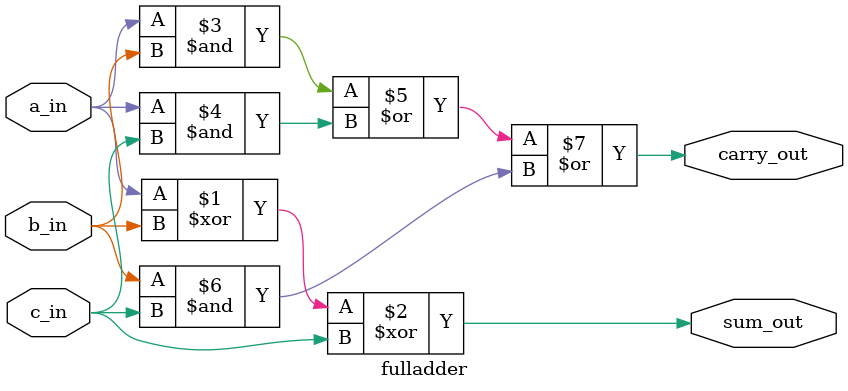
<source format=sv>
module fulladder(input a_in, b_in, c_in, output carry_out, sum_out);

	assign sum_out = a_in ^ b_in ^ c_in;
	assign carry_out = (a_in & b_in) | (a_in & c_in) | (b_in & c_in);

endmodule

</source>
